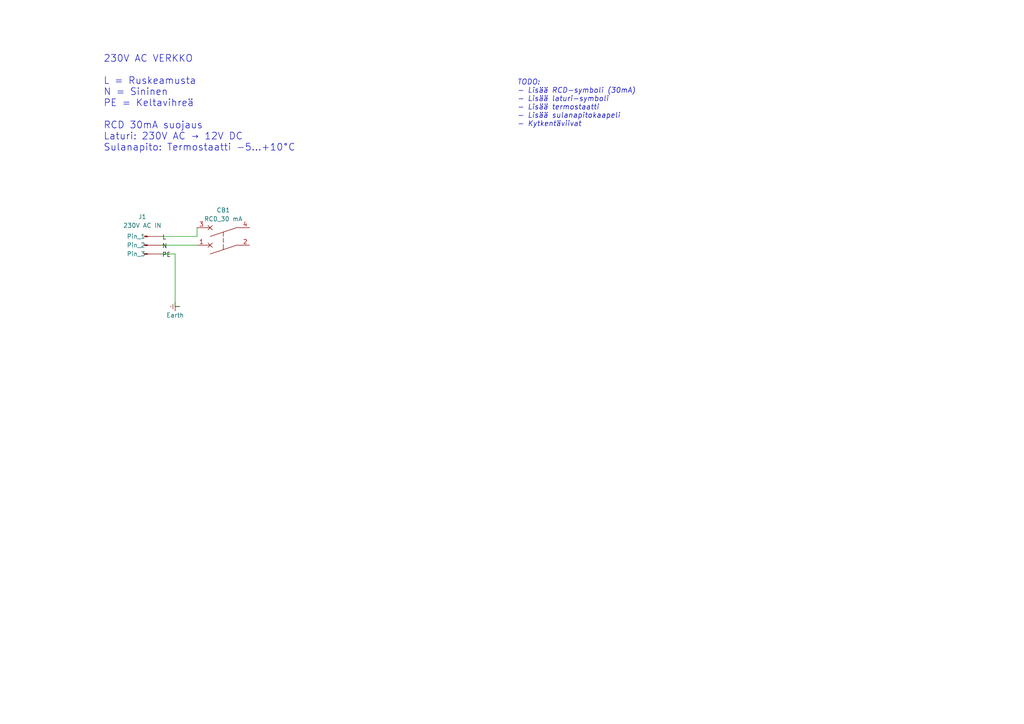
<source format=kicad_sch>
(kicad_sch (version 20250114) (generator "eeschema") (generator_version "9.0")
  (paper "A4")
  (title_block (title "230V AC Järjestelmä") (date "2025-12-19") (rev "1.0") (comment 1 "Laturi, RCD, Sulanapito"))
  (lib_symbols
    (symbol "Connector:Conn_01x03_Pin" (pin_numbers (hide yes)) (pin_names (offset 1.016))
      (property "Reference" "J" (at 0 5.08 0))
      (property "Value" "Conn_01x03_Pin" (at 0 -5.08 0))
      (symbol "Conn_01x03_Pin_1_1"
        (rectangle (start 0.8636 2.667) (end 0 2.413) (stroke (width 0.1524)) (fill (type outline)))
        (rectangle (start 0.8636 0.127) (end 0 -0.127) (stroke (width 0.1524)) (fill (type outline)))
        (rectangle (start 0.8636 -2.413) (end 0 -2.667) (stroke (width 0.1524)) (fill (type outline)))
        (polyline (pts (xy 1.27 2.54) (xy 0.8636 2.54)) (stroke (width 0.1524)))
        (polyline (pts (xy 1.27 0) (xy 0.8636 0)) (stroke (width 0.1524)))
        (polyline (pts (xy 1.27 -2.54) (xy 0.8636 -2.54)) (stroke (width 0.1524)))
        (pin passive line (at 5.08 2.54 180) (length 3.81) (name "Pin_1") (number "1"))
        (pin passive line (at 5.08 0 180) (length 3.81) (name "Pin_2") (number "2"))
        (pin passive line (at 5.08 -2.54 180) (length 3.81) (name "Pin_3") (number "3"))
      )
    )
    (symbol "Device:CircuitBreaker_2P"
      (property "Reference" "CB" (at 3.81 0 0))
      (property "Value" "CircuitBreaker_2P" (at 3.81 2.54 0))
      (symbol "CircuitBreaker_2P_0_1"
        (polyline (pts (xy -3.81 0) (xy -2.286 0)))
        (polyline (pts (xy -2.54 -3.81) (xy -5.08 3.81)))
        (polyline (pts (xy -1.778 0) (xy -0.508 0)))
        (polyline (pts (xy 0 0) (xy 1.27 0)))
        (polyline (pts (xy 2.54 -3.81) (xy 0 3.81)))
        (polyline (pts (xy 2.54 -5.08) (xy 2.54 -3.81)))
      )
      (symbol "CircuitBreaker_2P_1_1"
        (polyline (pts (xy -3.175 4.445) (xy -1.905 3.175)))
        (polyline (pts (xy -2.54 5.08) (xy -2.54 3.81)))
        (polyline (pts (xy -2.54 -3.81) (xy -2.54 -5.08)))
        (polyline (pts (xy -1.905 4.445) (xy -3.175 3.175)))
        (polyline (pts (xy 1.905 4.445) (xy 3.175 3.175)))
        (polyline (pts (xy 2.54 5.08) (xy 2.54 3.81)))
        (polyline (pts (xy 3.175 4.445) (xy 1.905 3.175)))
        (pin passive line (at -2.54 7.62 270) (length 2.54) (name "~") (number "1"))
        (pin passive line (at -2.54 -7.62 90) (length 2.54) (name "~") (number "2"))
        (pin passive line (at 2.54 7.62 270) (length 2.54) (name "~") (number "3"))
        (pin passive line (at 2.54 -7.62 90) (length 2.54) (name "~") (number "4"))
      )
    )
    (symbol "Device:Fuse" (pin_numbers (hide yes)) (pin_names (offset 0))
      (property "Reference" "F" (at 2.032 0 90))
      (property "Value" "Fuse" (at -1.905 0 90))
    )
    (symbol "power:Earth" (power) (pin_numbers (hide yes)) (pin_names (offset 0) (hide yes))
      (property "Value" "Earth" (at 0 -3.81 0))
      (symbol "Earth_0_1"
        (polyline (pts (xy -0.635 -1.905) (xy 0.635 -1.905)))
        (polyline (pts (xy -0.127 -2.54) (xy 0.127 -2.54)))
        (polyline (pts (xy 0 -1.27) (xy 0 0)))
        (polyline (pts (xy 1.27 -1.27) (xy -1.27 -1.27)))
      )
      (symbol "Earth_1_1"
        (pin power_in line (at 0 0 270) (length 0) (name "~") (number "1"))
      )
    )
  )
  (text "230V AC VERKKO\n\nL = Ruskeamusta\nN = Sininen\nPE = Keltavihreä\n\nRCD 30mA suojaus\nLaturi: 230V AC → 12V DC\nSulanapito: Termostaatti -5...+10°C" (at 30 30 0) (effects (font (size 2 2)) (justify left)))
  (text "TODO:\n- Lisää RCD-symboli (30mA)\n- Lisää laturi-symboli\n- Lisää termostaatti\n- Lisää sulanapitokaapeli\n- Kytkentäviivat" (at 150 30 0) (effects (font (size 1.5 1.5) (italic yes)) (justify left)))
  (wire (pts (xy 46.99 68.58) (xy 57.15 68.58)))
  (wire (pts (xy 50.8 73.66) (xy 46.99 73.66)))
  (wire (pts (xy 50.8 88.9) (xy 52.07 88.9)))
  (wire (pts (xy 46.99 71.12) (xy 57.15 71.12)))
  (wire (pts (xy 57.15 68.58) (xy 57.15 66.04)))
  (wire (pts (xy 50.8 73.66) (xy 50.8 88.9)))
  (label "L" (at 48.26 69.85 180))
  (label "PE" (at 46.99 74.93 0))
  (label "N" (at 46.99 72.39 0))
  (symbol (lib_id "Device:CircuitBreaker_2P") (at 64.77 68.58 90) (unit 1)
    (property "Reference" "CB1" (at 64.77 60.96 90))
    (property "Value" "RCD_30 mA" (at 64.77 63.5 90))
    (property "Description" "Double pole circuit breaker" (effects (hide yes)))
  )
  (symbol (lib_id "Connector:Conn_01x03_Pin") (at 41.91 71.12 0) (unit 1)
    (property "Reference" "J1" (at 41.275 62.865 0))
    (property "Value" "230V AC IN" (at 41.275 65.405 0))
    (property "Description" "Generic connector, single row, 01x03, script generated" (effects (hide yes)))
  )
  (symbol (lib_id "power:Earth") (at 52.07 88.9 270) (unit 1)
    (property "Reference" "#PWR?" (effects (hide yes)))
    (property "Value" "Earth" (at 50.8 91.44 90))
    (property "Description" "Power symbol creates a global label with name \"Earth\"" (effects (hide yes)))
  )
)
</source>
